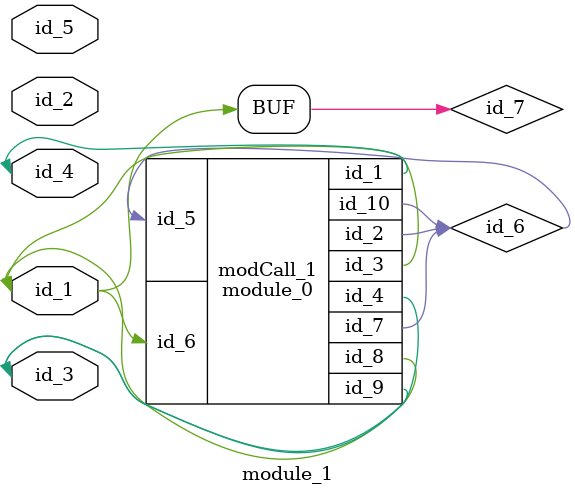
<source format=v>
module module_0 (
    id_1,
    id_2,
    id_3,
    id_4,
    id_5,
    id_6,
    id_7,
    id_8,
    id_9,
    id_10
);
  output wire id_10;
  output wire id_9;
  output wire id_8;
  output wire id_7;
  input wire id_6;
  input wire id_5;
  output wire id_4;
  output wire id_3;
  output wire id_2;
  output wire id_1;
  wire id_11;
endmodule
module module_1 (
    id_1,
    id_2,
    id_3,
    id_4,
    id_5
);
  input wire id_5;
  inout wire id_4;
  inout wire id_3;
  inout wire id_2;
  inout wire id_1;
  wire id_6;
  wire id_7 = id_1;
  module_0 modCall_1 (
      id_4,
      id_6,
      id_7,
      id_3,
      id_6,
      id_1,
      id_6,
      id_1,
      id_3,
      id_6
  );
  wire id_8;
endmodule

</source>
